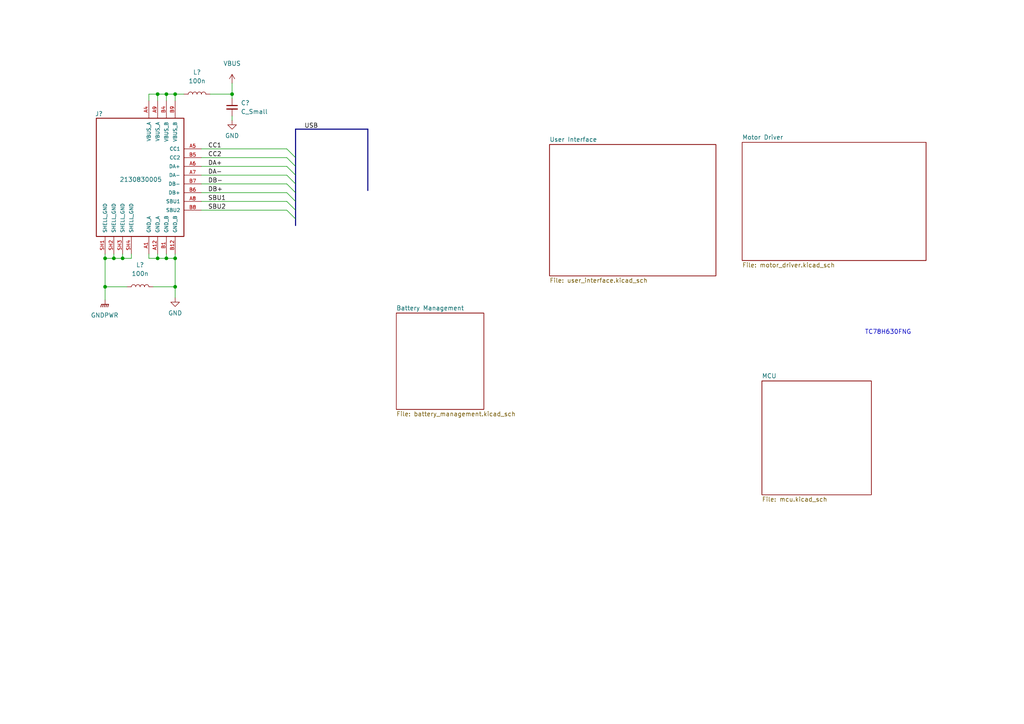
<source format=kicad_sch>
(kicad_sch (version 20211123) (generator eeschema)
  (paper "A4")
  (lib_symbols
    (symbol "818_USB:2130830005" (pin_names (offset 1.016))
      (property "Reference" "J" (at -12.7 17.78 0))
      (property "Value" "2130830005" (at -6.35 -1.27 0))
      (symbol "2130830005_0_0"
        (rectangle (start -12.7 17.78) (end 12.7 -16.51) (stroke (width 0.254)))
        (pin power_in line (at 2.54 -21.59 90) (length 5.08) (name "GND_A") (number "A1"))
        (pin power_in line (at 5.08 -21.59 90) (length 5.08) (name "GND_A") (number "A12"))
        (pin power_in line (at 2.54 22.86 270) (length 5.08) (name "VBUS_A") (number "A4"))
        (pin bidirectional line (at 17.78 8.89 180) (length 5.08) (name "CC1") (number "A5"))
        (pin bidirectional line (at 17.78 3.81 180) (length 5.08) (name "DA+") (number "A6"))
        (pin bidirectional line (at 17.78 1.27 180) (length 5.08) (name "DA-") (number "A7"))
        (pin bidirectional line (at 17.78 -6.35 180) (length 5.08) (name "SBU1") (number "A8"))
        (pin power_in line (at 5.08 22.86 270) (length 5.08) (name "VBUS_A") (number "A9"))
        (pin power_in line (at 7.62 -21.59 90) (length 5.08) (name "GND_B") (number "B1"))
        (pin power_in line (at 10.16 -21.59 90) (length 5.08) (name "GND_B") (number "B12"))
        (pin power_in line (at 7.62 22.86 270) (length 5.08) (name "VBUS_B") (number "B4"))
        (pin bidirectional line (at 17.78 6.35 180) (length 5.08) (name "CC2") (number "B5"))
        (pin bidirectional line (at 17.78 -3.81 180) (length 5.08) (name "DB+") (number "B6"))
        (pin bidirectional line (at 17.78 -1.27 180) (length 5.08) (name "DB-") (number "B7"))
        (pin bidirectional line (at 17.78 -8.89 180) (length 5.08) (name "SBU2") (number "B8"))
        (pin power_in line (at 10.16 22.86 270) (length 5.08) (name "VBUS_B") (number "B9"))
        (pin power_in line (at -10.16 -21.59 90) (length 5.08) (name "SHELL_GND") (number "SH1"))
        (pin power_in line (at -7.62 -21.59 90) (length 5.08) (name "SHELL_GND") (number "SH2"))
        (pin power_in line (at -5.08 -21.59 90) (length 5.08) (name "SHELL_GND") (number "SH3"))
        (pin power_in line (at -2.54 -21.59 90) (length 5.08) (name "SHELL_GND") (number "SH4"))
      )
    )
    (symbol "Device:C_Small" (pin_numbers hide) (pin_names (offset 0.254) hide)
      (property "Reference" "C" (at 0.254 1.778 0))
      (property "Value" "C_Small" (at 0.254 -2.032 0))
      (symbol "C_Small_0_1"
        (polyline (pts (xy -1.524 -0.508) (xy 1.524 -0.508)) (stroke (width 0.3302)))
        (polyline (pts (xy -1.524 0.508) (xy 1.524 0.508)) (stroke (width 0.3048)))
      )
      (symbol "C_Small_1_1"
        (pin passive line (at 0 2.54 270) (length 2.032) (name "~") (number "1"))
        (pin passive line (at 0 -2.54 90) (length 2.032) (name "~") (number "2"))
      )
    )
    (symbol "Device:L" (pin_numbers hide) (pin_names (offset 1.016) hide)
      (property "Reference" "L" (at -1.27 0 90))
      (property "Value" "L" (at 1.905 0 90))
      (symbol "L_0_1"
        (arc (start 0 -2.54) (mid 0.635 -1.905) (end 0 -1.27))
        (arc (start 0 -1.27) (mid 0.635 -0.635) (end 0 0))
        (arc (start 0 0) (mid 0.635 0.635) (end 0 1.27))
        (arc (start 0 1.27) (mid 0.635 1.905) (end 0 2.54))
      )
      (symbol "L_1_1"
        (pin passive line (at 0 3.81 270) (length 1.27) (name "1") (number "1"))
        (pin passive line (at 0 -3.81 90) (length 1.27) (name "2") (number "2"))
      )
    )
    (symbol "power:GND" (power) (pin_names (offset 0))
      (property "Value" "GND" (at 0 -3.81 0))
      (symbol "GND_0_1"
        (polyline (pts (xy 0 0) (xy 0 -1.27) (xy 1.27 -1.27) (xy 0 -2.54) (xy -1.27 -1.27) (xy 0 -1.27)))
      )
      (symbol "GND_1_1"
        (pin power_in line (at 0 0 270) (length 0) hide (name "GND") (number "1"))
      )
    )
    (symbol "power:GNDPWR" (power) (pin_names (offset 0))
      (property "Value" "GNDPWR" (at 0 -3.302 0))
      (symbol "GNDPWR_0_1"
        (polyline (pts (xy 0 -1.27) (xy 0 0)))
        (polyline (pts (xy -1.016 -1.27) (xy -1.27 -2.032) (xy -1.27 -2.032)) (stroke (width 0.2032)))
        (polyline (pts (xy -0.508 -1.27) (xy -0.762 -2.032) (xy -0.762 -2.032)) (stroke (width 0.2032)))
        (polyline (pts (xy 0 -1.27) (xy -0.254 -2.032) (xy -0.254 -2.032)) (stroke (width 0.2032)))
        (polyline (pts (xy 0.508 -1.27) (xy 0.254 -2.032) (xy 0.254 -2.032)) (stroke (width 0.2032)))
        (polyline (pts (xy 1.016 -1.27) (xy -1.016 -1.27) (xy -1.016 -1.27)) (stroke (width 0.2032)))
        (polyline (pts (xy 1.016 -1.27) (xy 0.762 -2.032) (xy 0.762 -2.032) (xy 0.762 -2.032)) (stroke (width 0.2032)))
      )
      (symbol "GNDPWR_1_1"
        (pin power_in line (at 0 0 270) (length 0) hide (name "GNDPWR") (number "1"))
      )
    )
    (symbol "power:VBUS" (power) (pin_names (offset 0))
      (property "Value" "VBUS" (at 0 3.81 0))
      (symbol "VBUS_0_1"
        (polyline (pts (xy -0.762 1.27) (xy 0 2.54)))
        (polyline (pts (xy 0 0) (xy 0 2.54)))
        (polyline (pts (xy 0 2.54) (xy 0.762 1.27)))
      )
      (symbol "VBUS_1_1"
        (pin power_in line (at 0 0 90) (length 0) hide (name "VBUS") (number "1"))
      )
    )
  )
  (junction (at 50.8 74.93))
  (junction (at 30.48 83.185))
  (junction (at 30.48 74.93))
  (junction (at 45.72 74.93))
  (junction (at 67.31 27.305))
  (junction (at 33.02 74.93))
  (junction (at 50.8 27.305))
  (junction (at 48.26 27.305))
  (junction (at 45.72 27.305))
  (junction (at 48.26 74.93))
  (junction (at 50.8 83.185))
  (junction (at 35.56 74.93))
  (bus_entry (at 83.185 53.34) (size 2.54 2.54))
  (bus_entry (at 83.185 55.88) (size 2.54 2.54))
  (bus_entry (at 83.185 45.72) (size 2.54 2.54))
  (bus_entry (at 83.185 50.8) (size 2.54 2.54))
  (bus_entry (at 83.185 48.26) (size 2.54 2.54))
  (bus_entry (at 83.185 43.18) (size 2.54 2.54))
  (bus_entry (at 83.185 60.96) (size 2.54 2.54))
  (bus_entry (at 83.185 58.42) (size 2.54 2.54))
  (bus (pts (xy 85.725 45.72) (xy 85.725 37.465)))
  (wire (pts (xy 58.42 58.42) (xy 83.185 58.42)))
  (wire (pts (xy 35.56 74.93) (xy 38.1 74.93)))
  (wire (pts (xy 43.18 27.305) (xy 45.72 27.305)))
  (wire (pts (xy 33.02 73.66) (xy 33.02 74.93)))
  (wire (pts (xy 50.8 27.305) (xy 50.8 29.21)))
  (wire (pts (xy 48.26 74.93) (xy 50.8 74.93)))
  (bus (pts (xy 85.725 53.34) (xy 85.725 50.8)))
  (wire (pts (xy 67.31 33.655) (xy 67.31 34.925)))
  (wire (pts (xy 50.8 83.185) (xy 50.8 86.36)))
  (wire (pts (xy 48.26 27.305) (xy 50.8 27.305)))
  (wire (pts (xy 50.8 74.93) (xy 50.8 73.66)))
  (wire (pts (xy 35.56 73.66) (xy 35.56 74.93)))
  (bus (pts (xy 85.725 63.5) (xy 85.725 60.96)))
  (wire (pts (xy 67.31 24.13) (xy 67.31 27.305)))
  (bus (pts (xy 106.68 55.245) (xy 106.68 37.465)))
  (wire (pts (xy 58.42 55.88) (xy 83.185 55.88)))
  (bus (pts (xy 85.725 50.8) (xy 85.725 48.26)))
  (wire (pts (xy 58.42 45.72) (xy 83.185 45.72)))
  (wire (pts (xy 45.72 27.305) (xy 45.72 29.21)))
  (wire (pts (xy 60.96 27.305) (xy 67.31 27.305)))
  (wire (pts (xy 30.48 83.185) (xy 30.48 86.995)))
  (bus (pts (xy 85.725 65.405) (xy 85.725 63.5)))
  (wire (pts (xy 58.42 43.18) (xy 83.185 43.18)))
  (bus (pts (xy 85.725 60.96) (xy 85.725 58.42)))
  (wire (pts (xy 58.42 50.8) (xy 83.185 50.8)))
  (wire (pts (xy 50.8 74.93) (xy 50.8 83.185)))
  (wire (pts (xy 48.26 73.66) (xy 48.26 74.93)))
  (wire (pts (xy 30.48 74.93) (xy 30.48 83.185)))
  (wire (pts (xy 44.45 83.185) (xy 50.8 83.185)))
  (bus (pts (xy 85.725 37.465) (xy 106.68 37.465)))
  (bus (pts (xy 85.725 48.26) (xy 85.725 45.72)))
  (wire (pts (xy 45.72 74.93) (xy 48.26 74.93)))
  (wire (pts (xy 48.26 27.305) (xy 48.26 29.21)))
  (bus (pts (xy 85.725 58.42) (xy 85.725 55.88)))
  (wire (pts (xy 43.18 29.21) (xy 43.18 27.305)))
  (wire (pts (xy 58.42 48.26) (xy 83.185 48.26)))
  (wire (pts (xy 33.02 74.93) (xy 35.56 74.93)))
  (wire (pts (xy 58.42 60.96) (xy 83.185 60.96)))
  (wire (pts (xy 30.48 73.66) (xy 30.48 74.93)))
  (wire (pts (xy 50.8 27.305) (xy 53.34 27.305)))
  (wire (pts (xy 43.18 74.93) (xy 45.72 74.93)))
  (wire (pts (xy 45.72 27.305) (xy 48.26 27.305)))
  (bus (pts (xy 85.725 55.88) (xy 85.725 53.34)))
  (wire (pts (xy 38.1 74.93) (xy 38.1 73.66)))
  (wire (pts (xy 67.31 27.305) (xy 67.31 28.575)))
  (wire (pts (xy 30.48 83.185) (xy 36.83 83.185)))
  (wire (pts (xy 58.42 53.34) (xy 83.185 53.34)))
  (wire (pts (xy 30.48 74.93) (xy 33.02 74.93)))
  (wire (pts (xy 45.72 73.66) (xy 45.72 74.93)))
  (wire (pts (xy 43.18 73.66) (xy 43.18 74.93)))
  (text "TC78H630FNG\n" (at 250.825 97.155 0) (effects (font (size 1.27 1.27)) (justify left bottom)))
  (label "DA+" (at 60.325 48.26 0))
  (label "SBU2" (at 60.325 60.96 0))
  (label "CC2" (at 60.325 45.72 0))
  (label "USB" (at 88.265 37.465 0))
  (label "DA-" (at 60.325 50.8 0))
  (label "CC1" (at 60.325 43.18 0))
  (label "DB-" (at 60.325 53.34 0))
  (label "DB+" (at 60.325 55.88 0))
  (label "SBU1" (at 60.325 58.42 0))
  (symbol (lib_id "power:GNDPWR") (at 30.48 86.995 0) (unit 1)
    (property "Reference" "#PWR?" (effects hide))
    (property "Value" "GNDPWR" (at 30.353 91.44 0))
  )
  (symbol (lib_id "power:VBUS") (at 67.31 24.13 0) (unit 1)
    (property "Reference" "#PWR?" (effects hide))
    (property "Value" "VBUS" (at 67.31 18.415 0))
  )
  (symbol (lib_id "818_USB:2130830005") (at 40.64 52.07 0) (unit 1)
    (property "Reference" "J?" (at 29.845 33.02 0) (effects (justify right)))
    (property "Value" "2130830005" (at 46.99 52.07 0) (effects (justify right)))
    (property "Footprint" "818_USB:MOLEX_2130830005" (effects hide))
    (property "PARTREV" "A" (effects hide))
    (property "STANDARD" "Manufacturer recommendations" (effects hide))
    (property "MANUFACTURER" "Molex" (effects hide))
    (property "MAXIMUM_PACKAGE_HEIGHT" "3.36mm" (effects hide))
  )
  (symbol (lib_id "Device:L") (at 40.64 83.185 90) (unit 1)
    (property "Reference" "L?" (at 40.64 76.835 90))
    (property "Value" "100n" (at 40.64 79.375 90))
    (property "Footprint" "Inductor_SMD:L_0603_1608Metric_Pad1.05x0.95mm_HandSolder" (effects hide))
  )
  (symbol (lib_id "power:GND") (at 67.31 34.925 0) (unit 1)
    (property "Reference" "#PWR?" (effects hide))
    (property "Value" "GND" (at 67.31 39.37 0))
  )
  (symbol (lib_id "power:GND") (at 50.8 86.36 0) (unit 1)
    (property "Reference" "#PWR?" (effects hide))
    (property "Value" "GND" (at 50.8 90.805 0))
  )
  (symbol (lib_id "Device:L") (at 57.15 27.305 90) (unit 1)
    (property "Reference" "L?" (at 57.15 20.955 90))
    (property "Value" "100n" (at 57.15 23.495 90))
    (property "Footprint" "Inductor_SMD:L_0603_1608Metric_Pad1.05x0.95mm_HandSolder" (effects hide))
  )
  (symbol (lib_id "Device:C_Small") (at 67.31 31.115 0) (unit 1)
    (property "Reference" "C?" (at 69.85 29.8512 0) (effects (justify left)))
    (property "Value" "C_Small" (at 69.85 32.3912 0) (effects (justify left)))
  )
  (sheet (at 215.265 41.275) (size 53.34 34.29) (stroke (width 0.1524))
    (property "Sheet name" "Motor Driver" (at 215.265 40.5634 0) (effects (justify left bottom)))
    (property "Sheet file" "motor_driver.kicad_sch" (at 215.265 76.1496 0) (effects (justify left top)))
  )
  (sheet (at 114.935 90.805) (size 25.4 27.94) (stroke (width 0.1524))
    (property "Sheet name" "Battery Management" (at 114.935 90.0934 0) (effects (justify left bottom)))
    (property "Sheet file" "battery_management.kicad_sch" (at 114.935 119.3296 0) (effects (justify left top)))
  )
  (sheet (at 220.98 110.49) (size 31.75 33.02) (stroke (width 0.1524))
    (property "Sheet name" "MCU" (at 220.98 109.7784 0) (effects (justify left bottom)))
    (property "Sheet file" "mcu.kicad_sch" (at 220.98 144.0946 0) (effects (justify left top)))
  )
  (sheet (at 159.385 41.91) (size 48.26 38.1) (stroke (width 0.1524))
    (property "Sheet name" "User Interface" (at 159.385 41.1984 0) (effects (justify left bottom)))
    (property "Sheet file" "user_interface.kicad_sch" (at 159.385 80.5946 0) (effects (justify left top)))
  )
)
</source>
